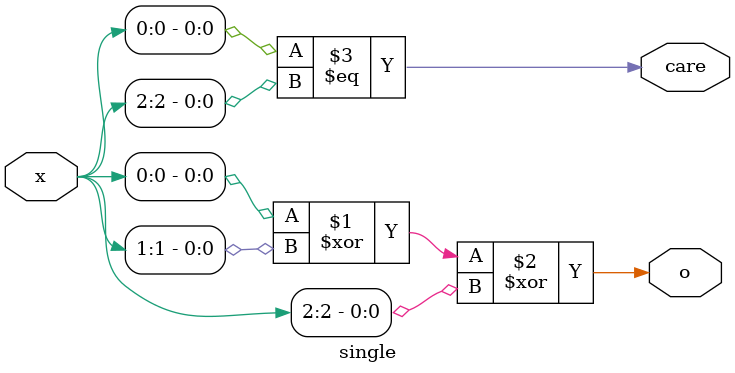
<source format=v>
module single (
	input [2:0] x,
	output o,
	output care
);
	assign o = x[0] ^ x[1] ^ x[2];
	assign care = x[0] == x[2];
endmodule

</source>
